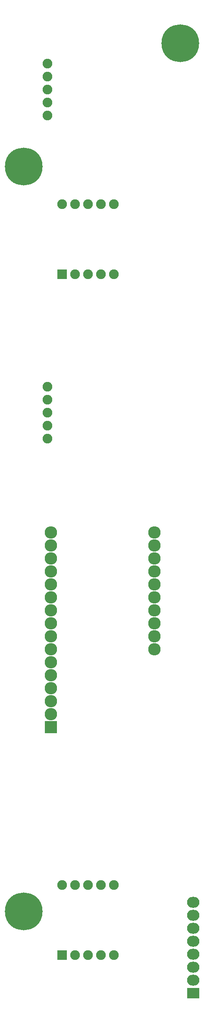
<source format=gbr>
G04 #@! TF.FileFunction,Soldermask,Bot*
%FSLAX46Y46*%
G04 Gerber Fmt 4.6, Leading zero omitted, Abs format (unit mm)*
G04 Created by KiCad (PCBNEW 4.0.0-1rc2.201511291916+6190~38~ubuntu14.04.1-stable) date Mon 14 Mar 2016 12:07:37 PM PDT*
%MOMM*%
G01*
G04 APERTURE LIST*
%ADD10C,0.100000*%
%ADD11R,2.432000X2.127200*%
%ADD12O,2.432000X2.127200*%
%ADD13O,2.432000X2.432000*%
%ADD14R,2.432000X2.432000*%
%ADD15C,7.400000*%
%ADD16C,1.900000*%
%ADD17R,1.900000X1.900000*%
G04 APERTURE END LIST*
D10*
D11*
X120650000Y-196850000D03*
D12*
X120650000Y-194310000D03*
X120650000Y-191770000D03*
X120650000Y-189230000D03*
X120650000Y-186690000D03*
X120650000Y-184150000D03*
X120650000Y-181610000D03*
X120650000Y-179070000D03*
D13*
X113030000Y-129540000D03*
X113030000Y-127000000D03*
X113030000Y-124460000D03*
X113030000Y-121920000D03*
X113030000Y-119380000D03*
X113030000Y-116840000D03*
X113030000Y-114300000D03*
X113030000Y-111760000D03*
X113030000Y-109220000D03*
X113030000Y-106680000D03*
X92710000Y-106680000D03*
X92710000Y-109220000D03*
X92710000Y-111760000D03*
X92710000Y-114300000D03*
X92710000Y-116840000D03*
X92710000Y-119380000D03*
X92710000Y-121920000D03*
X92710000Y-124460000D03*
X92710000Y-127000000D03*
X92710000Y-129540000D03*
X92710000Y-132080000D03*
X92710000Y-134620000D03*
X92710000Y-137160000D03*
X92710000Y-139700000D03*
D14*
X92710000Y-144780000D03*
D13*
X92710000Y-142240000D03*
D15*
X87376000Y-180848000D03*
X118110000Y-10922000D03*
X87376000Y-35052000D03*
D16*
X92000000Y-14920000D03*
X92000000Y-17460000D03*
X92000000Y-20000000D03*
X92000000Y-22540000D03*
X92000000Y-25080000D03*
X94920000Y-175650000D03*
X97460000Y-175650000D03*
X100000000Y-175650000D03*
X102540000Y-175650000D03*
X105080000Y-175650000D03*
D17*
X94920000Y-189350000D03*
D16*
X97460000Y-189350000D03*
X105080000Y-189350000D03*
X102540000Y-189350000D03*
X100000000Y-189350000D03*
X92000000Y-78170000D03*
X92000000Y-80710000D03*
X92000000Y-83250000D03*
X92000000Y-85790000D03*
X92000000Y-88330000D03*
X94920000Y-42400000D03*
X97460000Y-42400000D03*
X100000000Y-42400000D03*
X102540000Y-42400000D03*
X105080000Y-42400000D03*
D17*
X94920000Y-56100000D03*
D16*
X97460000Y-56100000D03*
X105080000Y-56100000D03*
X102540000Y-56100000D03*
X100000000Y-56100000D03*
M02*

</source>
